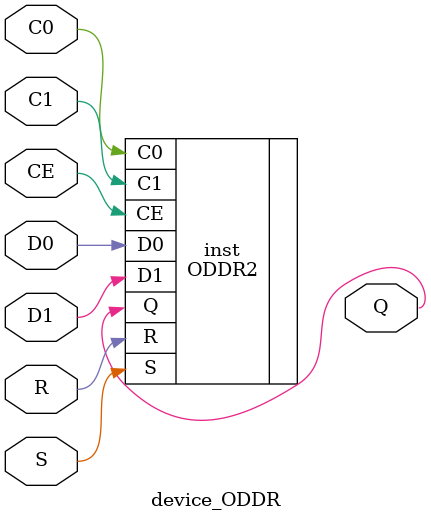
<source format=v>
module device_ODDR
(inout S, inout R, inout CE,
 input C0, input D0,
 input C1, input D1,
 output Q);

ODDR2 inst
  (.S(S), .R(R), .CE(CE),
   .C0(C0), .D0(D0),
   .C1(C1), .D1(D1),
   .Q(Q));
endmodule

</source>
